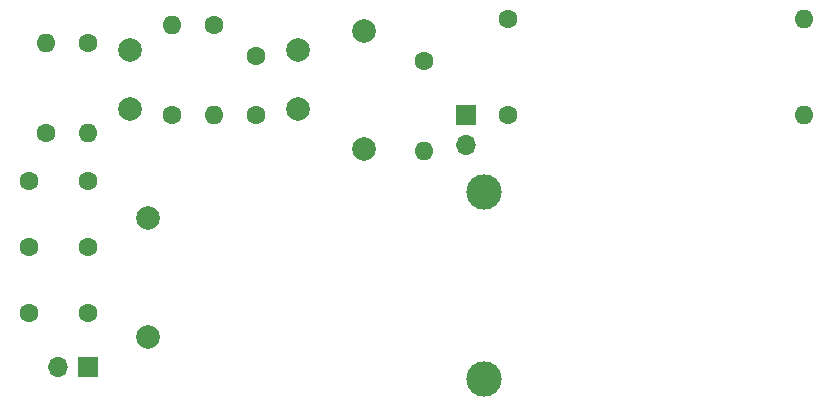
<source format=gbr>
G04 #@! TF.GenerationSoftware,KiCad,Pcbnew,(5.0.0)*
G04 #@! TF.CreationDate,2021-11-16T09:26:47+01:00*
G04 #@! TF.ProjectId,Step_Down_3_3V,537465705F446F776E5F335F33562E6B,rev?*
G04 #@! TF.SameCoordinates,Original*
G04 #@! TF.FileFunction,Copper,L1,Top,Signal*
G04 #@! TF.FilePolarity,Positive*
%FSLAX46Y46*%
G04 Gerber Fmt 4.6, Leading zero omitted, Abs format (unit mm)*
G04 Created by KiCad (PCBNEW (5.0.0)) date 11/16/21 09:26:47*
%MOMM*%
%LPD*%
G01*
G04 APERTURE LIST*
G04 #@! TA.AperFunction,ComponentPad*
%ADD10C,3.000000*%
G04 #@! TD*
G04 #@! TA.AperFunction,ComponentPad*
%ADD11C,1.600000*%
G04 #@! TD*
G04 #@! TA.AperFunction,ComponentPad*
%ADD12C,2.000000*%
G04 #@! TD*
G04 #@! TA.AperFunction,ComponentPad*
%ADD13O,1.600000X1.600000*%
G04 #@! TD*
G04 #@! TA.AperFunction,ComponentPad*
%ADD14R,1.700000X1.700000*%
G04 #@! TD*
G04 #@! TA.AperFunction,ComponentPad*
%ADD15O,1.700000X1.700000*%
G04 #@! TD*
G04 APERTURE END LIST*
D10*
G04 #@! TO.P,L1,1*
G04 #@! TO.N,Net-(C4-Pad1)*
X185928000Y-107188000D03*
G04 #@! TO.P,L1,2*
G04 #@! TO.N,Net-(C10-Pad1)*
X185928000Y-91388000D03*
G04 #@! TD*
D11*
G04 #@! TO.P,C1,1*
G04 #@! TO.N,Net-(C1-Pad1)*
X152400000Y-90424000D03*
G04 #@! TO.P,C1,2*
G04 #@! TO.N,GND*
X147400000Y-90424000D03*
G04 #@! TD*
G04 #@! TO.P,C2,2*
G04 #@! TO.N,GND*
X147400000Y-101600000D03*
G04 #@! TO.P,C2,1*
G04 #@! TO.N,Net-(C1-Pad1)*
X152400000Y-101600000D03*
G04 #@! TD*
G04 #@! TO.P,C3,1*
G04 #@! TO.N,Net-(C1-Pad1)*
X152400000Y-96012000D03*
G04 #@! TO.P,C3,2*
G04 #@! TO.N,GND*
X147400000Y-96012000D03*
G04 #@! TD*
D12*
G04 #@! TO.P,C4,2*
G04 #@! TO.N,Net-(C4-Pad2)*
X157480000Y-93632000D03*
G04 #@! TO.P,C4,1*
G04 #@! TO.N,Net-(C4-Pad1)*
X157480000Y-103632000D03*
G04 #@! TD*
G04 #@! TO.P,C5,2*
G04 #@! TO.N,GND*
X155956000Y-79328000D03*
G04 #@! TO.P,C5,1*
G04 #@! TO.N,Net-(C5-Pad1)*
X155956000Y-84328000D03*
G04 #@! TD*
G04 #@! TO.P,C6,1*
G04 #@! TO.N,Net-(C6-Pad1)*
X170180000Y-84328000D03*
G04 #@! TO.P,C6,2*
G04 #@! TO.N,Net-(C6-Pad2)*
X170180000Y-79328000D03*
G04 #@! TD*
D11*
G04 #@! TO.P,C7,1*
G04 #@! TO.N,Net-(C6-Pad1)*
X166624000Y-84836000D03*
G04 #@! TO.P,C7,2*
G04 #@! TO.N,GND*
X166624000Y-79836000D03*
G04 #@! TD*
D12*
G04 #@! TO.P,C8,1*
G04 #@! TO.N,Net-(C10-Pad1)*
X175768000Y-77724000D03*
G04 #@! TO.P,C8,2*
G04 #@! TO.N,Net-(C10-Pad2)*
X175768000Y-87724000D03*
G04 #@! TD*
D13*
G04 #@! TO.P,C9,2*
G04 #@! TO.N,Net-(C10-Pad2)*
X212960000Y-84836000D03*
D11*
G04 #@! TO.P,C9,1*
G04 #@! TO.N,Net-(C10-Pad1)*
X187960000Y-84836000D03*
G04 #@! TD*
G04 #@! TO.P,C10,1*
G04 #@! TO.N,Net-(C10-Pad1)*
X187960000Y-76708000D03*
D13*
G04 #@! TO.P,C10,2*
G04 #@! TO.N,Net-(C10-Pad2)*
X212960000Y-76708000D03*
G04 #@! TD*
D14*
G04 #@! TO.P,J1,1*
G04 #@! TO.N,Net-(C1-Pad1)*
X152400000Y-106172000D03*
D15*
G04 #@! TO.P,J1,2*
G04 #@! TO.N,GND*
X149860000Y-106172000D03*
G04 #@! TD*
G04 #@! TO.P,J2,2*
G04 #@! TO.N,GND*
X184404000Y-87376000D03*
D14*
G04 #@! TO.P,J2,1*
G04 #@! TO.N,Net-(C10-Pad1)*
X184404000Y-84836000D03*
G04 #@! TD*
D11*
G04 #@! TO.P,R1,1*
G04 #@! TO.N,Net-(C1-Pad1)*
X152400000Y-78740000D03*
D13*
G04 #@! TO.P,R1,2*
G04 #@! TO.N,Net-(R1-Pad2)*
X152400000Y-86360000D03*
G04 #@! TD*
G04 #@! TO.P,R2,2*
G04 #@! TO.N,GND*
X148844000Y-78740000D03*
D11*
G04 #@! TO.P,R2,1*
G04 #@! TO.N,Net-(R1-Pad2)*
X148844000Y-86360000D03*
G04 #@! TD*
G04 #@! TO.P,R3,1*
G04 #@! TO.N,Net-(C6-Pad2)*
X180848000Y-80264000D03*
D13*
G04 #@! TO.P,R3,2*
G04 #@! TO.N,GND*
X180848000Y-87884000D03*
G04 #@! TD*
G04 #@! TO.P,R4,2*
G04 #@! TO.N,Net-(R4-Pad2)*
X163068000Y-84836000D03*
D11*
G04 #@! TO.P,R4,1*
G04 #@! TO.N,Net-(C10-Pad1)*
X163068000Y-77216000D03*
G04 #@! TD*
G04 #@! TO.P,R5,1*
G04 #@! TO.N,Net-(R4-Pad2)*
X159512000Y-84836000D03*
D13*
G04 #@! TO.P,R5,2*
G04 #@! TO.N,GND*
X159512000Y-77216000D03*
G04 #@! TD*
M02*

</source>
